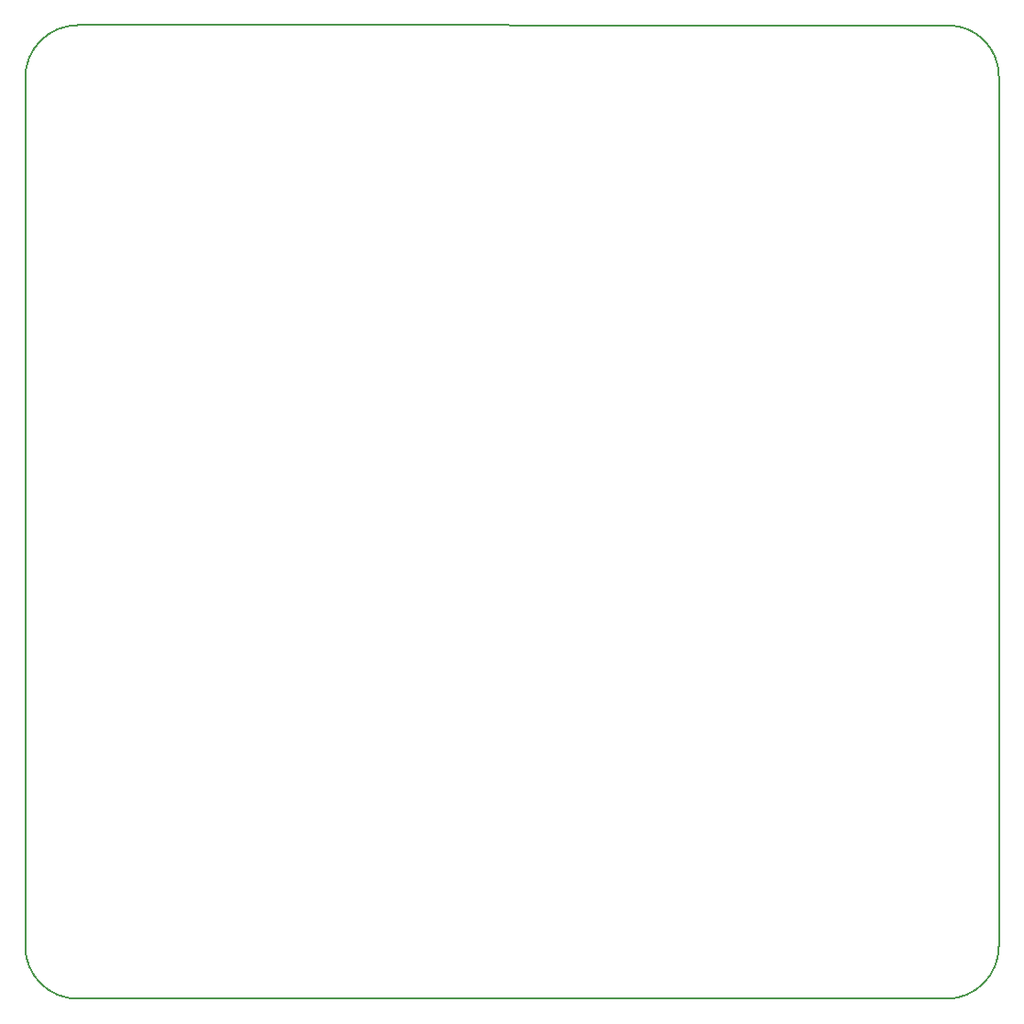
<source format=gko>
G04*
G04 #@! TF.GenerationSoftware,Altium Limited,Altium Designer,24.8.2 (39)*
G04*
G04 Layer_Color=16711935*
%FSTAX24Y24*%
%MOIN*%
G70*
G04*
G04 #@! TF.SameCoordinates,E2E89361-0BB4-4F2D-B907-9D5CD4EE4A11*
G04*
G04*
G04 #@! TF.FilePolarity,Positive*
G04*
G01*
G75*
%ADD14C,0.0059*%
D14*
X035433Y033583D02*
G03*
X03359Y035426I-001843J0D01*
G01*
X001912Y035433D02*
G03*
X0Y033521I0J-001912D01*
G01*
X033521Y0D02*
G03*
X035433Y001912I0J001912D01*
G01*
X-000001Y001912D02*
G03*
X001911Y-0I001912J0D01*
G01*
X0Y001811D02*
Y033543D01*
X001811Y0D02*
X033502D01*
X035433Y001931D02*
Y033583D01*
X00189Y035433D02*
X03359Y035426D01*
M02*

</source>
